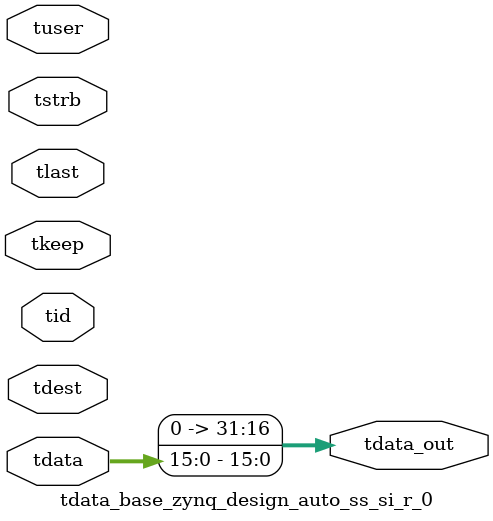
<source format=v>


`timescale 1ps/1ps

module tdata_base_zynq_design_auto_ss_si_r_0 #
(
parameter C_S_AXIS_TDATA_WIDTH = 32,
parameter C_S_AXIS_TUSER_WIDTH = 0,
parameter C_S_AXIS_TID_WIDTH   = 0,
parameter C_S_AXIS_TDEST_WIDTH = 0,
parameter C_M_AXIS_TDATA_WIDTH = 32
)
(
input  [(C_S_AXIS_TDATA_WIDTH == 0 ? 1 : C_S_AXIS_TDATA_WIDTH)-1:0     ] tdata,
input  [(C_S_AXIS_TUSER_WIDTH == 0 ? 1 : C_S_AXIS_TUSER_WIDTH)-1:0     ] tuser,
input  [(C_S_AXIS_TID_WIDTH   == 0 ? 1 : C_S_AXIS_TID_WIDTH)-1:0       ] tid,
input  [(C_S_AXIS_TDEST_WIDTH == 0 ? 1 : C_S_AXIS_TDEST_WIDTH)-1:0     ] tdest,
input  [(C_S_AXIS_TDATA_WIDTH/8)-1:0 ] tkeep,
input  [(C_S_AXIS_TDATA_WIDTH/8)-1:0 ] tstrb,
input                                                                    tlast,
output [C_M_AXIS_TDATA_WIDTH-1:0] tdata_out
);

assign tdata_out = {tdata[15:0]};

endmodule


</source>
